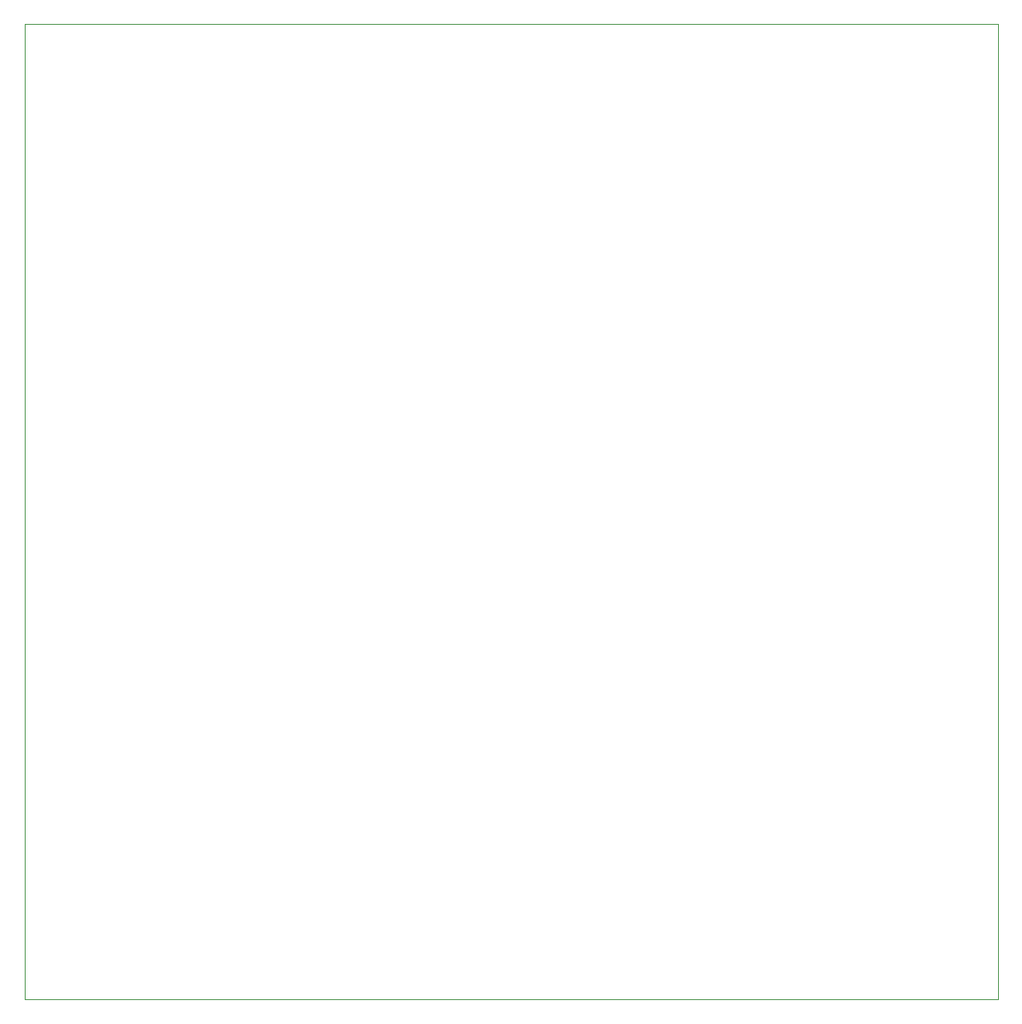
<source format=gbr>
%TF.GenerationSoftware,KiCad,Pcbnew,(6.0.10)*%
%TF.CreationDate,2023-04-05T21:14:25-05:00*%
%TF.ProjectId,445,3434352e-6b69-4636-9164-5f7063625858,rev?*%
%TF.SameCoordinates,Original*%
%TF.FileFunction,Profile,NP*%
%FSLAX46Y46*%
G04 Gerber Fmt 4.6, Leading zero omitted, Abs format (unit mm)*
G04 Created by KiCad (PCBNEW (6.0.10)) date 2023-04-05 21:14:25*
%MOMM*%
%LPD*%
G01*
G04 APERTURE LIST*
%TA.AperFunction,Profile*%
%ADD10C,0.050000*%
%TD*%
G04 APERTURE END LIST*
D10*
X116840000Y-48260000D02*
X216662000Y-48260000D01*
X216662000Y-48260000D02*
X216662000Y-148234400D01*
X216662000Y-148234400D02*
X116840000Y-148234400D01*
X116840000Y-148234400D02*
X116840000Y-48260000D01*
M02*

</source>
